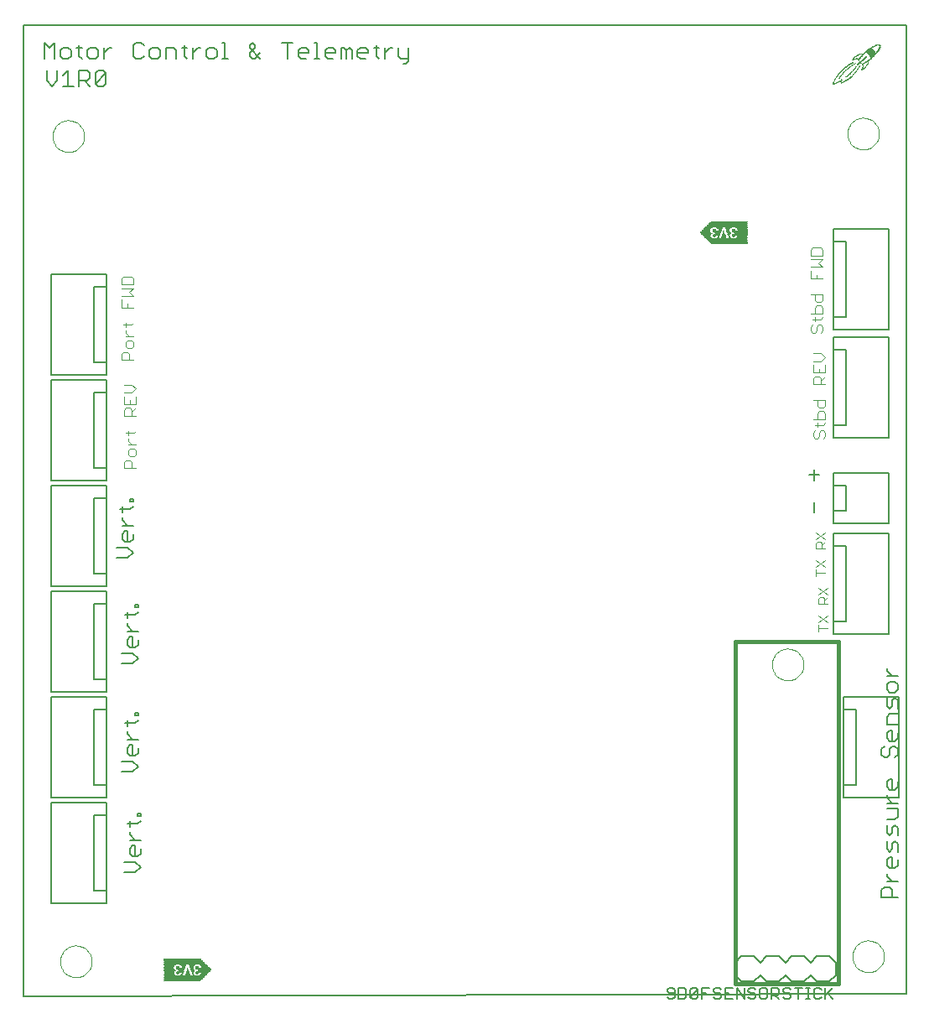
<source format=gto>
G75*
%MOIN*%
%OFA0B0*%
%FSLAX24Y24*%
%IPPOS*%
%LPD*%
%AMOC8*
5,1,8,0,0,1.08239X$1,22.5*
%
%ADD10C,0.0080*%
%ADD11C,0.0070*%
%ADD12C,0.0000*%
%ADD13C,0.0160*%
%ADD14C,0.0040*%
%ADD15C,0.0060*%
%ADD16C,0.0030*%
%ADD17R,0.0010X0.0010*%
%ADD18R,0.0040X0.0010*%
%ADD19R,0.0060X0.0010*%
%ADD20R,0.0090X0.0010*%
%ADD21R,0.0030X0.0010*%
%ADD22R,0.0020X0.0010*%
%ADD23R,0.0050X0.0010*%
%ADD24R,0.0070X0.0010*%
%ADD25R,0.0080X0.0010*%
%ADD26R,0.0120X0.0010*%
%ADD27R,0.0100X0.0010*%
%ADD28R,0.0140X0.0010*%
%ADD29R,0.0150X0.0010*%
%ADD30R,0.0170X0.0010*%
%ADD31R,0.0190X0.0010*%
%ADD32R,0.0200X0.0010*%
%ADD33R,0.0210X0.0010*%
%ADD34R,0.0230X0.0010*%
%ADD35R,0.0250X0.0010*%
%ADD36R,0.0270X0.0010*%
%ADD37R,0.0290X0.0010*%
%ADD38R,0.0310X0.0010*%
%ADD39R,0.0160X0.0010*%
%ADD40R,0.0330X0.0010*%
%ADD41R,0.0350X0.0010*%
%ADD42R,0.0370X0.0010*%
%ADD43R,0.0340X0.0010*%
%ADD44R,0.0420X0.0010*%
%ADD45R,0.0400X0.0010*%
%ADD46R,0.0360X0.0010*%
%ADD47R,0.0320X0.0010*%
%ADD48R,0.0280X0.0010*%
%ADD49R,0.0260X0.0010*%
%ADD50R,0.0240X0.0010*%
%ADD51R,0.0220X0.0010*%
%ADD52R,0.0110X0.0010*%
%ADD53R,0.0180X0.0010*%
%ADD54R,0.1440X0.0010*%
%ADD55R,0.1450X0.0010*%
%ADD56R,0.1460X0.0010*%
%ADD57R,0.1470X0.0010*%
%ADD58R,0.1480X0.0010*%
%ADD59R,0.1490X0.0010*%
%ADD60R,0.1500X0.0010*%
%ADD61R,0.1510X0.0010*%
%ADD62R,0.1520X0.0010*%
%ADD63R,0.1530X0.0010*%
%ADD64R,0.1540X0.0010*%
%ADD65R,0.1550X0.0010*%
%ADD66R,0.1560X0.0010*%
%ADD67R,0.1570X0.0010*%
%ADD68R,0.1580X0.0010*%
%ADD69R,0.1590X0.0010*%
%ADD70R,0.1600X0.0010*%
%ADD71R,0.1610X0.0010*%
%ADD72R,0.1620X0.0010*%
%ADD73R,0.1630X0.0010*%
%ADD74R,0.1640X0.0010*%
%ADD75R,0.1650X0.0010*%
%ADD76R,0.0510X0.0010*%
%ADD77R,0.0690X0.0010*%
%ADD78R,0.0300X0.0010*%
%ADD79R,0.0480X0.0010*%
%ADD80R,0.0450X0.0010*%
%ADD81R,0.0440X0.0010*%
%ADD82R,0.0430X0.0010*%
%ADD83R,0.0410X0.0010*%
%ADD84R,0.0390X0.0010*%
%ADD85R,0.0380X0.0010*%
%ADD86R,0.0130X0.0010*%
%ADD87R,0.0580X0.0010*%
%ADD88R,0.0590X0.0010*%
%ADD89R,0.0550X0.0010*%
%ADD90R,0.0530X0.0010*%
%ADD91R,0.0520X0.0010*%
%ADD92R,0.0460X0.0010*%
%ADD93R,0.0500X0.0010*%
%ADD94R,0.0490X0.0010*%
%ADD95R,0.0470X0.0010*%
%ADD96R,0.0620X0.0010*%
%ADD97R,0.0610X0.0010*%
%ADD98R,0.0560X0.0010*%
%ADD99R,0.0600X0.0010*%
%ADD100C,0.0050*%
D10*
X000280Y001387D02*
X000280Y039987D01*
X035380Y039987D01*
X035380Y001487D01*
X000280Y001387D01*
X028580Y002237D02*
X028830Y001987D01*
X029330Y001987D01*
X029580Y002237D01*
X029830Y001987D01*
X030330Y001987D01*
X030580Y002237D01*
X030830Y001987D01*
X031330Y001987D01*
X031580Y002237D01*
X031830Y001987D01*
X032330Y001987D01*
X032580Y002237D01*
X032580Y002737D01*
X032330Y002987D01*
X031830Y002987D01*
X031580Y002737D01*
X031330Y002987D01*
X030830Y002987D01*
X030580Y002737D01*
X030330Y002987D01*
X029830Y002987D01*
X029580Y002737D01*
X029330Y002987D01*
X028830Y002987D01*
X028580Y002737D01*
X028580Y002237D01*
D11*
X003464Y037572D02*
X003254Y037572D01*
X003149Y037677D01*
X003569Y038097D01*
X003569Y037677D01*
X003464Y037572D01*
X003149Y037677D02*
X003149Y038097D01*
X003254Y038202D01*
X003464Y038202D01*
X003569Y038097D01*
X003478Y038672D02*
X003478Y039092D01*
X003478Y038882D02*
X003689Y039092D01*
X003794Y039092D01*
X003254Y038987D02*
X003149Y039092D01*
X002939Y039092D01*
X002834Y038987D01*
X002834Y038777D01*
X002939Y038672D01*
X003149Y038672D01*
X003254Y038777D01*
X003254Y038987D01*
X002614Y039092D02*
X002404Y039092D01*
X002509Y039197D02*
X002509Y038777D01*
X002614Y038672D01*
X002180Y038777D02*
X002180Y038987D01*
X002075Y039092D01*
X001865Y039092D01*
X001760Y038987D01*
X001760Y038777D01*
X001865Y038672D01*
X002075Y038672D01*
X002180Y038777D01*
X002070Y038202D02*
X002070Y037572D01*
X001860Y037572D02*
X002280Y037572D01*
X002504Y037572D02*
X002504Y038202D01*
X002819Y038202D01*
X002924Y038097D01*
X002924Y037887D01*
X002819Y037782D01*
X002504Y037782D01*
X002714Y037782D02*
X002924Y037572D01*
X002070Y038202D02*
X001860Y037992D01*
X001635Y037782D02*
X001635Y038202D01*
X001215Y038202D02*
X001215Y037782D01*
X001425Y037572D01*
X001635Y037782D01*
X001535Y038672D02*
X001535Y039302D01*
X001325Y039092D01*
X001115Y039302D01*
X001115Y038672D01*
X004660Y038777D02*
X004765Y038672D01*
X004975Y038672D01*
X005080Y038777D01*
X005305Y038777D02*
X005410Y038672D01*
X005620Y038672D01*
X005725Y038777D01*
X005725Y038987D01*
X005620Y039092D01*
X005410Y039092D01*
X005305Y038987D01*
X005305Y038777D01*
X005080Y039197D02*
X004975Y039302D01*
X004765Y039302D01*
X004660Y039197D01*
X004660Y038777D01*
X005949Y038672D02*
X005949Y039092D01*
X006264Y039092D01*
X006369Y038987D01*
X006369Y038672D01*
X006699Y038777D02*
X006699Y039197D01*
X006594Y039092D02*
X006804Y039092D01*
X007023Y039092D02*
X007023Y038672D01*
X007023Y038882D02*
X007234Y039092D01*
X007339Y039092D01*
X007560Y038987D02*
X007560Y038777D01*
X007666Y038672D01*
X007876Y038672D01*
X007981Y038777D01*
X007981Y038987D01*
X007876Y039092D01*
X007666Y039092D01*
X007560Y038987D01*
X008205Y039302D02*
X008310Y039302D01*
X008310Y038672D01*
X008205Y038672D02*
X008415Y038672D01*
X009279Y038777D02*
X009279Y038882D01*
X009489Y039092D01*
X009489Y039197D01*
X009384Y039302D01*
X009279Y039197D01*
X009279Y039092D01*
X009700Y038672D01*
X009700Y038882D02*
X009489Y038672D01*
X009384Y038672D01*
X009279Y038777D01*
X010568Y039302D02*
X010989Y039302D01*
X010779Y039302D02*
X010779Y038672D01*
X011213Y038777D02*
X011213Y038987D01*
X011318Y039092D01*
X011528Y039092D01*
X011633Y038987D01*
X011633Y038882D01*
X011213Y038882D01*
X011213Y038777D02*
X011318Y038672D01*
X011528Y038672D01*
X011857Y038672D02*
X012068Y038672D01*
X011963Y038672D02*
X011963Y039302D01*
X011857Y039302D01*
X012287Y038987D02*
X012392Y039092D01*
X012602Y039092D01*
X012708Y038987D01*
X012708Y038882D01*
X012287Y038882D01*
X012287Y038777D02*
X012287Y038987D01*
X012287Y038777D02*
X012392Y038672D01*
X012602Y038672D01*
X012932Y038672D02*
X012932Y039092D01*
X013037Y039092D01*
X013142Y038987D01*
X013247Y039092D01*
X013352Y038987D01*
X013352Y038672D01*
X013142Y038672D02*
X013142Y038987D01*
X013576Y038987D02*
X013681Y039092D01*
X013892Y039092D01*
X013997Y038987D01*
X013997Y038882D01*
X013576Y038882D01*
X013576Y038777D02*
X013576Y038987D01*
X013576Y038777D02*
X013681Y038672D01*
X013892Y038672D01*
X014221Y039092D02*
X014431Y039092D01*
X014326Y039197D02*
X014326Y038777D01*
X014431Y038672D01*
X014651Y038672D02*
X014651Y039092D01*
X014861Y039092D02*
X014966Y039092D01*
X014861Y039092D02*
X014651Y038882D01*
X015188Y038777D02*
X015188Y039092D01*
X015188Y038777D02*
X015293Y038672D01*
X015608Y038672D01*
X015608Y038567D02*
X015503Y038461D01*
X015398Y038461D01*
X015608Y038567D02*
X015608Y039092D01*
X006804Y038672D02*
X006699Y038777D01*
D12*
X001450Y035587D02*
X001452Y035637D01*
X001458Y035687D01*
X001468Y035736D01*
X001482Y035784D01*
X001499Y035831D01*
X001520Y035876D01*
X001545Y035920D01*
X001573Y035961D01*
X001605Y036000D01*
X001639Y036037D01*
X001676Y036071D01*
X001716Y036101D01*
X001758Y036128D01*
X001802Y036152D01*
X001848Y036173D01*
X001895Y036189D01*
X001943Y036202D01*
X001993Y036211D01*
X002042Y036216D01*
X002093Y036217D01*
X002143Y036214D01*
X002192Y036207D01*
X002241Y036196D01*
X002289Y036181D01*
X002335Y036163D01*
X002380Y036141D01*
X002423Y036115D01*
X002464Y036086D01*
X002503Y036054D01*
X002539Y036019D01*
X002571Y035981D01*
X002601Y035941D01*
X002628Y035898D01*
X002651Y035854D01*
X002670Y035808D01*
X002686Y035760D01*
X002698Y035711D01*
X002706Y035662D01*
X002710Y035612D01*
X002710Y035562D01*
X002706Y035512D01*
X002698Y035463D01*
X002686Y035414D01*
X002670Y035366D01*
X002651Y035320D01*
X002628Y035276D01*
X002601Y035233D01*
X002571Y035193D01*
X002539Y035155D01*
X002503Y035120D01*
X002464Y035088D01*
X002423Y035059D01*
X002380Y035033D01*
X002335Y035011D01*
X002289Y034993D01*
X002241Y034978D01*
X002192Y034967D01*
X002143Y034960D01*
X002093Y034957D01*
X002042Y034958D01*
X001993Y034963D01*
X001943Y034972D01*
X001895Y034985D01*
X001848Y035001D01*
X001802Y035022D01*
X001758Y035046D01*
X001716Y035073D01*
X001676Y035103D01*
X001639Y035137D01*
X001605Y035174D01*
X001573Y035213D01*
X001545Y035254D01*
X001520Y035298D01*
X001499Y035343D01*
X001482Y035390D01*
X001468Y035438D01*
X001458Y035487D01*
X001452Y035537D01*
X001450Y035587D01*
X001750Y002787D02*
X001752Y002837D01*
X001758Y002887D01*
X001768Y002936D01*
X001782Y002984D01*
X001799Y003031D01*
X001820Y003076D01*
X001845Y003120D01*
X001873Y003161D01*
X001905Y003200D01*
X001939Y003237D01*
X001976Y003271D01*
X002016Y003301D01*
X002058Y003328D01*
X002102Y003352D01*
X002148Y003373D01*
X002195Y003389D01*
X002243Y003402D01*
X002293Y003411D01*
X002342Y003416D01*
X002393Y003417D01*
X002443Y003414D01*
X002492Y003407D01*
X002541Y003396D01*
X002589Y003381D01*
X002635Y003363D01*
X002680Y003341D01*
X002723Y003315D01*
X002764Y003286D01*
X002803Y003254D01*
X002839Y003219D01*
X002871Y003181D01*
X002901Y003141D01*
X002928Y003098D01*
X002951Y003054D01*
X002970Y003008D01*
X002986Y002960D01*
X002998Y002911D01*
X003006Y002862D01*
X003010Y002812D01*
X003010Y002762D01*
X003006Y002712D01*
X002998Y002663D01*
X002986Y002614D01*
X002970Y002566D01*
X002951Y002520D01*
X002928Y002476D01*
X002901Y002433D01*
X002871Y002393D01*
X002839Y002355D01*
X002803Y002320D01*
X002764Y002288D01*
X002723Y002259D01*
X002680Y002233D01*
X002635Y002211D01*
X002589Y002193D01*
X002541Y002178D01*
X002492Y002167D01*
X002443Y002160D01*
X002393Y002157D01*
X002342Y002158D01*
X002293Y002163D01*
X002243Y002172D01*
X002195Y002185D01*
X002148Y002201D01*
X002102Y002222D01*
X002058Y002246D01*
X002016Y002273D01*
X001976Y002303D01*
X001939Y002337D01*
X001905Y002374D01*
X001873Y002413D01*
X001845Y002454D01*
X001820Y002498D01*
X001799Y002543D01*
X001782Y002590D01*
X001768Y002638D01*
X001758Y002687D01*
X001752Y002737D01*
X001750Y002787D01*
X030050Y014587D02*
X030052Y014637D01*
X030058Y014687D01*
X030068Y014736D01*
X030082Y014784D01*
X030099Y014831D01*
X030120Y014876D01*
X030145Y014920D01*
X030173Y014961D01*
X030205Y015000D01*
X030239Y015037D01*
X030276Y015071D01*
X030316Y015101D01*
X030358Y015128D01*
X030402Y015152D01*
X030448Y015173D01*
X030495Y015189D01*
X030543Y015202D01*
X030593Y015211D01*
X030642Y015216D01*
X030693Y015217D01*
X030743Y015214D01*
X030792Y015207D01*
X030841Y015196D01*
X030889Y015181D01*
X030935Y015163D01*
X030980Y015141D01*
X031023Y015115D01*
X031064Y015086D01*
X031103Y015054D01*
X031139Y015019D01*
X031171Y014981D01*
X031201Y014941D01*
X031228Y014898D01*
X031251Y014854D01*
X031270Y014808D01*
X031286Y014760D01*
X031298Y014711D01*
X031306Y014662D01*
X031310Y014612D01*
X031310Y014562D01*
X031306Y014512D01*
X031298Y014463D01*
X031286Y014414D01*
X031270Y014366D01*
X031251Y014320D01*
X031228Y014276D01*
X031201Y014233D01*
X031171Y014193D01*
X031139Y014155D01*
X031103Y014120D01*
X031064Y014088D01*
X031023Y014059D01*
X030980Y014033D01*
X030935Y014011D01*
X030889Y013993D01*
X030841Y013978D01*
X030792Y013967D01*
X030743Y013960D01*
X030693Y013957D01*
X030642Y013958D01*
X030593Y013963D01*
X030543Y013972D01*
X030495Y013985D01*
X030448Y014001D01*
X030402Y014022D01*
X030358Y014046D01*
X030316Y014073D01*
X030276Y014103D01*
X030239Y014137D01*
X030205Y014174D01*
X030173Y014213D01*
X030145Y014254D01*
X030120Y014298D01*
X030099Y014343D01*
X030082Y014390D01*
X030068Y014438D01*
X030058Y014487D01*
X030052Y014537D01*
X030050Y014587D01*
X033250Y002987D02*
X033252Y003037D01*
X033258Y003087D01*
X033268Y003136D01*
X033282Y003184D01*
X033299Y003231D01*
X033320Y003276D01*
X033345Y003320D01*
X033373Y003361D01*
X033405Y003400D01*
X033439Y003437D01*
X033476Y003471D01*
X033516Y003501D01*
X033558Y003528D01*
X033602Y003552D01*
X033648Y003573D01*
X033695Y003589D01*
X033743Y003602D01*
X033793Y003611D01*
X033842Y003616D01*
X033893Y003617D01*
X033943Y003614D01*
X033992Y003607D01*
X034041Y003596D01*
X034089Y003581D01*
X034135Y003563D01*
X034180Y003541D01*
X034223Y003515D01*
X034264Y003486D01*
X034303Y003454D01*
X034339Y003419D01*
X034371Y003381D01*
X034401Y003341D01*
X034428Y003298D01*
X034451Y003254D01*
X034470Y003208D01*
X034486Y003160D01*
X034498Y003111D01*
X034506Y003062D01*
X034510Y003012D01*
X034510Y002962D01*
X034506Y002912D01*
X034498Y002863D01*
X034486Y002814D01*
X034470Y002766D01*
X034451Y002720D01*
X034428Y002676D01*
X034401Y002633D01*
X034371Y002593D01*
X034339Y002555D01*
X034303Y002520D01*
X034264Y002488D01*
X034223Y002459D01*
X034180Y002433D01*
X034135Y002411D01*
X034089Y002393D01*
X034041Y002378D01*
X033992Y002367D01*
X033943Y002360D01*
X033893Y002357D01*
X033842Y002358D01*
X033793Y002363D01*
X033743Y002372D01*
X033695Y002385D01*
X033648Y002401D01*
X033602Y002422D01*
X033558Y002446D01*
X033516Y002473D01*
X033476Y002503D01*
X033439Y002537D01*
X033405Y002574D01*
X033373Y002613D01*
X033345Y002654D01*
X033320Y002698D01*
X033299Y002743D01*
X033282Y002790D01*
X033268Y002838D01*
X033258Y002887D01*
X033252Y002937D01*
X033250Y002987D01*
X033050Y035687D02*
X033052Y035737D01*
X033058Y035787D01*
X033068Y035836D01*
X033082Y035884D01*
X033099Y035931D01*
X033120Y035976D01*
X033145Y036020D01*
X033173Y036061D01*
X033205Y036100D01*
X033239Y036137D01*
X033276Y036171D01*
X033316Y036201D01*
X033358Y036228D01*
X033402Y036252D01*
X033448Y036273D01*
X033495Y036289D01*
X033543Y036302D01*
X033593Y036311D01*
X033642Y036316D01*
X033693Y036317D01*
X033743Y036314D01*
X033792Y036307D01*
X033841Y036296D01*
X033889Y036281D01*
X033935Y036263D01*
X033980Y036241D01*
X034023Y036215D01*
X034064Y036186D01*
X034103Y036154D01*
X034139Y036119D01*
X034171Y036081D01*
X034201Y036041D01*
X034228Y035998D01*
X034251Y035954D01*
X034270Y035908D01*
X034286Y035860D01*
X034298Y035811D01*
X034306Y035762D01*
X034310Y035712D01*
X034310Y035662D01*
X034306Y035612D01*
X034298Y035563D01*
X034286Y035514D01*
X034270Y035466D01*
X034251Y035420D01*
X034228Y035376D01*
X034201Y035333D01*
X034171Y035293D01*
X034139Y035255D01*
X034103Y035220D01*
X034064Y035188D01*
X034023Y035159D01*
X033980Y035133D01*
X033935Y035111D01*
X033889Y035093D01*
X033841Y035078D01*
X033792Y035067D01*
X033743Y035060D01*
X033693Y035057D01*
X033642Y035058D01*
X033593Y035063D01*
X033543Y035072D01*
X033495Y035085D01*
X033448Y035101D01*
X033402Y035122D01*
X033358Y035146D01*
X033316Y035173D01*
X033276Y035203D01*
X033239Y035237D01*
X033205Y035274D01*
X033173Y035313D01*
X033145Y035354D01*
X033120Y035398D01*
X033099Y035443D01*
X033082Y035490D01*
X033068Y035538D01*
X033058Y035587D01*
X033052Y035637D01*
X033050Y035687D01*
D13*
X032680Y015487D02*
X028580Y015487D01*
X028580Y001887D01*
X028680Y001887D02*
X032680Y001887D01*
X032680Y015487D01*
D14*
X032083Y023577D02*
X032160Y023654D01*
X032160Y023807D01*
X032083Y023884D01*
X032007Y023884D01*
X031930Y023807D01*
X031930Y023654D01*
X031853Y023577D01*
X031776Y023577D01*
X031700Y023654D01*
X031700Y023807D01*
X031776Y023884D01*
X031853Y024037D02*
X031853Y024191D01*
X031776Y024114D02*
X032083Y024114D01*
X032160Y024191D01*
X032160Y024344D02*
X032160Y024574D01*
X032083Y024651D01*
X031930Y024651D01*
X031853Y024574D01*
X031853Y024344D01*
X031700Y024344D02*
X032160Y024344D01*
X032083Y024805D02*
X031930Y024805D01*
X031853Y024881D01*
X031853Y025112D01*
X031700Y025112D02*
X032160Y025112D01*
X032160Y024881D01*
X032083Y024805D01*
X032007Y025725D02*
X032007Y025956D01*
X031930Y026032D01*
X031776Y026032D01*
X031700Y025956D01*
X031700Y025725D01*
X032160Y025725D01*
X032007Y025879D02*
X032160Y026032D01*
X032160Y026186D02*
X032160Y026493D01*
X032007Y026646D02*
X032160Y026800D01*
X032007Y026953D01*
X031700Y026953D01*
X031700Y026646D02*
X032007Y026646D01*
X031930Y026339D02*
X031930Y026186D01*
X031700Y026186D02*
X032160Y026186D01*
X031700Y026186D02*
X031700Y026493D01*
X031676Y027777D02*
X031753Y027777D01*
X031830Y027854D01*
X031830Y028007D01*
X031907Y028084D01*
X031983Y028084D01*
X032060Y028007D01*
X032060Y027854D01*
X031983Y027777D01*
X031676Y027777D02*
X031600Y027854D01*
X031600Y028007D01*
X031676Y028084D01*
X031753Y028237D02*
X031753Y028391D01*
X031676Y028314D02*
X031983Y028314D01*
X032060Y028391D01*
X032060Y028544D02*
X032060Y028774D01*
X031983Y028851D01*
X031830Y028851D01*
X031753Y028774D01*
X031753Y028544D01*
X031600Y028544D02*
X032060Y028544D01*
X031983Y029005D02*
X031830Y029005D01*
X031753Y029081D01*
X031753Y029312D01*
X031600Y029312D02*
X032060Y029312D01*
X032060Y029081D01*
X031983Y029005D01*
X032060Y029925D02*
X031600Y029925D01*
X031600Y030232D01*
X031600Y030386D02*
X032060Y030386D01*
X031907Y030539D01*
X032060Y030693D01*
X031600Y030693D01*
X031600Y030846D02*
X031600Y031076D01*
X031676Y031153D01*
X031983Y031153D01*
X032060Y031076D01*
X032060Y030846D01*
X031600Y030846D01*
X031830Y030079D02*
X031830Y029925D01*
X004660Y029699D02*
X004660Y029929D01*
X004583Y030006D01*
X004276Y030006D01*
X004200Y029929D01*
X004200Y029699D01*
X004660Y029699D01*
X004660Y029546D02*
X004200Y029546D01*
X004200Y029239D02*
X004660Y029239D01*
X004507Y029392D01*
X004660Y029546D01*
X004200Y029085D02*
X004200Y028778D01*
X004660Y028778D01*
X004430Y028778D02*
X004430Y028932D01*
X004353Y028165D02*
X004353Y028011D01*
X004276Y028088D02*
X004583Y028088D01*
X004660Y028165D01*
X004353Y027858D02*
X004353Y027781D01*
X004507Y027627D01*
X004660Y027627D02*
X004353Y027627D01*
X004430Y027474D02*
X004353Y027397D01*
X004353Y027244D01*
X004430Y027167D01*
X004583Y027167D01*
X004660Y027244D01*
X004660Y027397D01*
X004583Y027474D01*
X004430Y027474D01*
X004430Y027014D02*
X004276Y027014D01*
X004200Y026937D01*
X004200Y026707D01*
X004660Y026707D01*
X004507Y026707D02*
X004507Y026937D01*
X004430Y027014D01*
X004300Y025706D02*
X004607Y025706D01*
X004760Y025553D01*
X004607Y025399D01*
X004300Y025399D01*
X004300Y025246D02*
X004300Y024939D01*
X004760Y024939D01*
X004760Y025246D01*
X004530Y025092D02*
X004530Y024939D01*
X004530Y024785D02*
X004607Y024709D01*
X004607Y024478D01*
X004760Y024478D02*
X004300Y024478D01*
X004300Y024709D01*
X004376Y024785D01*
X004530Y024785D01*
X004607Y024632D02*
X004760Y024785D01*
X004760Y023865D02*
X004683Y023788D01*
X004376Y023788D01*
X004453Y023711D02*
X004453Y023865D01*
X004453Y023558D02*
X004453Y023481D01*
X004607Y023327D01*
X004760Y023327D02*
X004453Y023327D01*
X004530Y023174D02*
X004453Y023097D01*
X004453Y022944D01*
X004530Y022867D01*
X004683Y022867D01*
X004760Y022944D01*
X004760Y023097D01*
X004683Y023174D01*
X004530Y023174D01*
X004530Y022714D02*
X004607Y022637D01*
X004607Y022407D01*
X004760Y022407D02*
X004300Y022407D01*
X004300Y022637D01*
X004376Y022714D01*
X004530Y022714D01*
D15*
X004543Y021179D02*
X004650Y021179D01*
X004650Y021073D01*
X004543Y021073D01*
X004543Y021179D01*
X004650Y020856D02*
X004543Y020750D01*
X004116Y020750D01*
X004223Y020856D02*
X004223Y020643D01*
X004223Y020426D02*
X004223Y020319D01*
X004436Y020106D01*
X004223Y020106D02*
X004650Y020106D01*
X004436Y019888D02*
X004436Y019461D01*
X004330Y019461D02*
X004223Y019568D01*
X004223Y019781D01*
X004330Y019888D01*
X004436Y019888D01*
X004650Y019781D02*
X004650Y019568D01*
X004543Y019461D01*
X004330Y019461D01*
X004436Y019244D02*
X004009Y019244D01*
X004009Y018817D02*
X004436Y018817D01*
X004650Y019030D01*
X004436Y019244D01*
X004743Y016979D02*
X004850Y016979D01*
X004850Y016873D01*
X004743Y016873D01*
X004743Y016979D01*
X004850Y016656D02*
X004743Y016550D01*
X004316Y016550D01*
X004423Y016656D02*
X004423Y016443D01*
X004423Y016226D02*
X004423Y016119D01*
X004636Y015906D01*
X004423Y015906D02*
X004850Y015906D01*
X004636Y015688D02*
X004530Y015688D01*
X004423Y015581D01*
X004423Y015368D01*
X004530Y015261D01*
X004743Y015261D01*
X004850Y015368D01*
X004850Y015581D01*
X004636Y015688D02*
X004636Y015261D01*
X004636Y015044D02*
X004209Y015044D01*
X004209Y014617D02*
X004636Y014617D01*
X004850Y014830D01*
X004636Y015044D01*
X004743Y012679D02*
X004850Y012679D01*
X004850Y012573D01*
X004743Y012573D01*
X004743Y012679D01*
X004850Y012356D02*
X004743Y012250D01*
X004316Y012250D01*
X004423Y012356D02*
X004423Y012143D01*
X004423Y011926D02*
X004423Y011819D01*
X004636Y011606D01*
X004423Y011606D02*
X004850Y011606D01*
X004636Y011388D02*
X004636Y010961D01*
X004530Y010961D02*
X004743Y010961D01*
X004850Y011068D01*
X004850Y011281D01*
X004636Y011388D02*
X004530Y011388D01*
X004423Y011281D01*
X004423Y011068D01*
X004530Y010961D01*
X004636Y010744D02*
X004209Y010744D01*
X004209Y010317D02*
X004636Y010317D01*
X004850Y010530D01*
X004636Y010744D01*
X004843Y008679D02*
X004950Y008679D01*
X004950Y008573D01*
X004843Y008573D01*
X004843Y008679D01*
X004950Y008356D02*
X004843Y008250D01*
X004416Y008250D01*
X004523Y008356D02*
X004523Y008143D01*
X004523Y007926D02*
X004523Y007819D01*
X004736Y007606D01*
X004523Y007606D02*
X004950Y007606D01*
X004736Y007388D02*
X004736Y006961D01*
X004630Y006961D02*
X004843Y006961D01*
X004950Y007068D01*
X004950Y007281D01*
X004736Y007388D02*
X004630Y007388D01*
X004523Y007281D01*
X004523Y007068D01*
X004630Y006961D01*
X004736Y006744D02*
X004309Y006744D01*
X004309Y006317D02*
X004736Y006317D01*
X004950Y006530D01*
X004736Y006744D01*
X031730Y020617D02*
X031730Y021044D01*
X031730Y021906D02*
X031730Y022333D01*
X031943Y022119D02*
X031516Y022119D01*
X034623Y014446D02*
X034623Y014339D01*
X034836Y014126D01*
X034623Y014126D02*
X035050Y014126D01*
X034943Y013908D02*
X034730Y013908D01*
X034623Y013801D01*
X034623Y013588D01*
X034730Y013481D01*
X034943Y013481D01*
X035050Y013588D01*
X035050Y013801D01*
X034943Y013908D01*
X034943Y013263D02*
X034836Y013157D01*
X034836Y012943D01*
X034730Y012836D01*
X034623Y012943D01*
X034623Y013263D01*
X034943Y013263D02*
X035050Y013157D01*
X035050Y012836D01*
X035050Y012619D02*
X034730Y012619D01*
X034623Y012512D01*
X034623Y012192D01*
X035050Y012192D01*
X034836Y011974D02*
X034836Y011547D01*
X034730Y011547D02*
X034623Y011654D01*
X034623Y011868D01*
X034730Y011974D01*
X034836Y011974D01*
X035050Y011868D02*
X035050Y011654D01*
X034943Y011547D01*
X034730Y011547D01*
X034836Y011330D02*
X034943Y011330D01*
X035050Y011223D01*
X035050Y011010D01*
X034943Y010903D01*
X034730Y011010D02*
X034730Y011223D01*
X034836Y011330D01*
X034516Y011330D02*
X034409Y011223D01*
X034409Y011010D01*
X034516Y010903D01*
X034623Y010903D01*
X034730Y011010D01*
X034730Y010041D02*
X034836Y010041D01*
X034836Y009614D01*
X034730Y009614D02*
X034623Y009720D01*
X034623Y009934D01*
X034730Y010041D01*
X035050Y009934D02*
X035050Y009720D01*
X034943Y009614D01*
X034730Y009614D01*
X034623Y009397D02*
X034623Y009290D01*
X034836Y009077D01*
X034623Y009077D02*
X035050Y009077D01*
X035050Y008859D02*
X034623Y008859D01*
X035050Y008859D02*
X035050Y008539D01*
X034943Y008432D01*
X034623Y008432D01*
X034623Y008214D02*
X034623Y007894D01*
X034730Y007787D01*
X034836Y007894D01*
X034836Y008108D01*
X034943Y008214D01*
X035050Y008108D01*
X035050Y007787D01*
X034943Y007570D02*
X034836Y007463D01*
X034836Y007250D01*
X034730Y007143D01*
X034623Y007250D01*
X034623Y007570D01*
X034943Y007570D02*
X035050Y007463D01*
X035050Y007143D01*
X034836Y006925D02*
X034836Y006498D01*
X034730Y006498D02*
X034623Y006605D01*
X034623Y006819D01*
X034730Y006925D01*
X034836Y006925D01*
X035050Y006819D02*
X035050Y006605D01*
X034943Y006498D01*
X034730Y006498D01*
X034623Y006281D02*
X034623Y006175D01*
X034836Y005961D01*
X034623Y005961D02*
X035050Y005961D01*
X034730Y005744D02*
X034836Y005637D01*
X034836Y005317D01*
X035050Y005317D02*
X034409Y005317D01*
X034409Y005637D01*
X034516Y005744D01*
X034730Y005744D01*
D16*
X031895Y015902D02*
X031895Y016149D01*
X031895Y016270D02*
X032265Y016517D01*
X032265Y016270D02*
X031895Y016517D01*
X031895Y017007D02*
X031895Y017192D01*
X031956Y017253D01*
X032080Y017253D01*
X032142Y017192D01*
X032142Y017007D01*
X032265Y017007D02*
X031895Y017007D01*
X032142Y017130D02*
X032265Y017253D01*
X032265Y017375D02*
X031895Y017622D01*
X031895Y017375D02*
X032265Y017622D01*
X031795Y018102D02*
X031795Y018349D01*
X031795Y018470D02*
X032165Y018717D01*
X032165Y018470D02*
X031795Y018717D01*
X031795Y019207D02*
X031795Y019392D01*
X031856Y019453D01*
X031980Y019453D01*
X032042Y019392D01*
X032042Y019207D01*
X032165Y019207D02*
X031795Y019207D01*
X032042Y019330D02*
X032165Y019453D01*
X032165Y019575D02*
X031795Y019822D01*
X031795Y019575D02*
X032165Y019822D01*
X032165Y018225D02*
X031795Y018225D01*
X031895Y016025D02*
X032265Y016025D01*
D17*
X028140Y031797D03*
X028140Y031807D03*
X032480Y037627D03*
X032840Y037817D03*
X033000Y037917D03*
X033410Y038467D03*
X033550Y038367D03*
X033620Y038187D03*
X033800Y038747D03*
X006820Y002507D03*
X006820Y002497D03*
X006820Y002487D03*
D18*
X007205Y002267D03*
X028525Y031567D03*
X032495Y037637D03*
X032705Y037727D03*
X032725Y037737D03*
X032745Y037747D03*
X032775Y037767D03*
X032835Y037807D03*
X032825Y037687D03*
X032975Y037767D03*
X032995Y037777D03*
X033025Y037797D03*
X033045Y037807D03*
X033075Y037827D03*
X033095Y037837D03*
X033105Y037847D03*
X033135Y037867D03*
X033145Y037877D03*
X033175Y037897D03*
X033185Y037907D03*
X033225Y037937D03*
X033235Y037947D03*
X033165Y038047D03*
X033175Y038057D03*
X033125Y038017D03*
X033095Y037997D03*
X033085Y037987D03*
X033055Y037967D03*
X033045Y037957D03*
X033025Y037947D03*
X033015Y037937D03*
X032875Y038207D03*
X032975Y038297D03*
X032985Y038307D03*
X033025Y038337D03*
X033035Y038347D03*
X033065Y038367D03*
X033075Y038377D03*
X033095Y038387D03*
X033105Y038397D03*
X033125Y038407D03*
X033135Y038417D03*
X033155Y038427D03*
X033175Y038437D03*
X033275Y038487D03*
X033445Y038397D03*
X033505Y038597D03*
X033505Y038607D03*
X033525Y038627D03*
X033535Y038647D03*
X033545Y038667D03*
X033555Y038677D03*
X033565Y038687D03*
X033575Y038707D03*
X033585Y038717D03*
X033595Y038727D03*
X033605Y038737D03*
X033615Y038747D03*
X033615Y038757D03*
X033625Y038767D03*
X033635Y038777D03*
X033645Y038787D03*
X033655Y038797D03*
X033665Y038807D03*
X033675Y038817D03*
X033705Y038847D03*
X033715Y038857D03*
X033725Y038867D03*
X033485Y038797D03*
X033465Y038787D03*
X033455Y038777D03*
X033435Y038767D03*
X033425Y038757D03*
X033395Y038737D03*
X033385Y038727D03*
X033465Y038637D03*
X033655Y038427D03*
X033745Y038287D03*
X033735Y038277D03*
X033705Y038257D03*
X033695Y038247D03*
X033945Y038617D03*
X034205Y038877D03*
X034215Y038887D03*
X034225Y038897D03*
X034235Y038907D03*
X034245Y038927D03*
X034255Y038937D03*
X034265Y038947D03*
X034275Y038967D03*
X034285Y038977D03*
X034295Y038997D03*
X034315Y039027D03*
X034325Y039047D03*
X034335Y039067D03*
X034345Y039097D03*
X034345Y039167D03*
X034335Y039177D03*
D19*
X034105Y039137D03*
X034085Y039127D03*
X034065Y039117D03*
X034045Y039107D03*
X034035Y039097D03*
X034015Y039087D03*
X033985Y039067D03*
X034005Y038677D03*
X033885Y038567D03*
X033835Y038537D03*
X033805Y038517D03*
X033775Y038497D03*
X033755Y038487D03*
X033735Y038477D03*
X033495Y038447D03*
X033485Y038437D03*
X033475Y038427D03*
X033465Y038417D03*
X033505Y038617D03*
X033355Y038637D03*
X033285Y038607D03*
X033255Y038477D03*
X033505Y038807D03*
X033525Y038817D03*
X032815Y037787D03*
X032835Y037697D03*
X032685Y037717D03*
X032595Y037677D03*
X032565Y037667D03*
X032515Y037647D03*
X028345Y031607D03*
X028345Y031597D03*
X028345Y031587D03*
X028355Y031577D03*
X028355Y031567D03*
X028355Y031557D03*
X028365Y031547D03*
X027945Y031627D03*
X027935Y031597D03*
X027935Y031587D03*
X027925Y031567D03*
X007025Y002307D03*
X007025Y002297D03*
X007025Y002287D03*
X007035Y002277D03*
X007035Y002267D03*
X007035Y002257D03*
X007045Y002247D03*
X006625Y002337D03*
X006615Y002307D03*
X006615Y002297D03*
X006615Y002287D03*
X006605Y002277D03*
X006605Y002267D03*
D20*
X006570Y002217D03*
X006820Y002367D03*
X006820Y002377D03*
X006820Y002387D03*
X007020Y002367D03*
X007020Y002357D03*
X007060Y002217D03*
X027900Y031517D03*
X028140Y031667D03*
X028140Y031677D03*
X028140Y031687D03*
X028340Y031667D03*
X028340Y031657D03*
X032530Y037657D03*
X033560Y038497D03*
X033590Y038537D03*
X033670Y038447D03*
X033740Y038657D03*
X033750Y038667D03*
X033760Y038677D03*
X034010Y038697D03*
X034200Y039177D03*
X034280Y039207D03*
D21*
X034350Y039157D03*
X034350Y039147D03*
X034350Y039137D03*
X034350Y039127D03*
X034350Y039117D03*
X034350Y039107D03*
X034340Y039087D03*
X034340Y039077D03*
X034330Y039057D03*
X034320Y039037D03*
X034310Y039017D03*
X034300Y039007D03*
X034290Y038987D03*
X034270Y038957D03*
X034240Y038917D03*
X034200Y038867D03*
X033800Y038737D03*
X033570Y038697D03*
X033540Y038657D03*
X033530Y038637D03*
X033480Y038627D03*
X033510Y038587D03*
X033520Y038577D03*
X033530Y038567D03*
X033540Y038557D03*
X033550Y038547D03*
X033600Y038487D03*
X033610Y038477D03*
X033620Y038467D03*
X033660Y038417D03*
X033670Y038407D03*
X033690Y038357D03*
X033690Y038347D03*
X033680Y038307D03*
X033660Y038277D03*
X033650Y038257D03*
X033680Y038237D03*
X033720Y038267D03*
X033760Y038297D03*
X033770Y038307D03*
X033780Y038317D03*
X033790Y038327D03*
X033800Y038337D03*
X033810Y038347D03*
X033820Y038357D03*
X033830Y038367D03*
X033840Y038387D03*
X033850Y038397D03*
X033860Y038417D03*
X033870Y038427D03*
X033880Y038447D03*
X033890Y038477D03*
X033900Y038507D03*
X033550Y038347D03*
X033540Y038337D03*
X033530Y038317D03*
X033520Y038297D03*
X033500Y038267D03*
X033490Y038247D03*
X033480Y038237D03*
X033470Y038217D03*
X033460Y038207D03*
X033450Y038187D03*
X033440Y038177D03*
X033430Y038157D03*
X033420Y038147D03*
X033410Y038137D03*
X033400Y038117D03*
X033390Y038107D03*
X033380Y038097D03*
X033370Y038087D03*
X033360Y038077D03*
X033360Y038067D03*
X033350Y038057D03*
X033340Y038047D03*
X033330Y038037D03*
X033320Y038027D03*
X033310Y038017D03*
X033300Y038007D03*
X033290Y037997D03*
X033280Y037987D03*
X033270Y037977D03*
X033260Y037967D03*
X033250Y037957D03*
X033210Y037927D03*
X033200Y037917D03*
X033160Y037887D03*
X033120Y037857D03*
X033070Y037977D03*
X033110Y038007D03*
X033140Y038027D03*
X033150Y038037D03*
X033190Y038067D03*
X033200Y038077D03*
X033210Y038087D03*
X033220Y038097D03*
X033230Y038107D03*
X033240Y038117D03*
X033250Y038127D03*
X033260Y038137D03*
X033270Y038147D03*
X033280Y038157D03*
X033290Y038167D03*
X033300Y038177D03*
X033310Y038187D03*
X033320Y038197D03*
X033330Y038207D03*
X033340Y038227D03*
X033350Y038237D03*
X033360Y038247D03*
X033370Y038267D03*
X033380Y038277D03*
X033390Y038287D03*
X033400Y038307D03*
X033410Y038317D03*
X033340Y038427D03*
X033290Y038397D03*
X033260Y038377D03*
X033240Y038367D03*
X033230Y038357D03*
X033210Y038347D03*
X033200Y038337D03*
X033190Y038327D03*
X033170Y038317D03*
X033160Y038307D03*
X033140Y038297D03*
X033130Y038287D03*
X033120Y038277D03*
X033110Y038267D03*
X033090Y038257D03*
X033080Y038247D03*
X033070Y038237D03*
X033060Y038227D03*
X033050Y038217D03*
X033040Y038207D03*
X033020Y038197D03*
X033010Y038187D03*
X033000Y038177D03*
X032990Y038167D03*
X032980Y038157D03*
X032970Y038147D03*
X032960Y038137D03*
X032950Y038127D03*
X032940Y038117D03*
X032930Y038107D03*
X032920Y038097D03*
X032910Y038087D03*
X032900Y038077D03*
X032890Y038057D03*
X032880Y038047D03*
X032870Y038037D03*
X032860Y038027D03*
X032850Y038017D03*
X032840Y038007D03*
X032830Y037987D03*
X032820Y037977D03*
X032810Y037967D03*
X032800Y037957D03*
X032790Y037937D03*
X032780Y037927D03*
X032760Y037897D03*
X032750Y037887D03*
X032740Y037867D03*
X032640Y037917D03*
X032630Y037907D03*
X032620Y037887D03*
X032610Y037877D03*
X032600Y037857D03*
X032580Y037827D03*
X032570Y037807D03*
X032560Y037787D03*
X032550Y037767D03*
X032540Y037747D03*
X032530Y037727D03*
X032520Y037707D03*
X032510Y037687D03*
X032500Y037667D03*
X032650Y037937D03*
X032660Y037947D03*
X032670Y037967D03*
X032680Y037977D03*
X032700Y038007D03*
X032710Y038017D03*
X032730Y038047D03*
X032740Y038057D03*
X032750Y038067D03*
X032760Y038077D03*
X032770Y038097D03*
X032780Y038107D03*
X032790Y038117D03*
X032800Y038127D03*
X032810Y038137D03*
X032820Y038147D03*
X032830Y038157D03*
X032840Y038167D03*
X032850Y038177D03*
X032860Y038187D03*
X032870Y038197D03*
X032890Y038217D03*
X032900Y038227D03*
X032910Y038237D03*
X032920Y038247D03*
X032930Y038257D03*
X032940Y038267D03*
X032950Y038277D03*
X032960Y038287D03*
X033000Y038317D03*
X033010Y038327D03*
X033050Y038357D03*
X033270Y038597D03*
X033290Y038637D03*
X033300Y038647D03*
X033310Y038657D03*
X033320Y038667D03*
X033330Y038677D03*
X033340Y038687D03*
X033350Y038697D03*
X033360Y038707D03*
X033370Y038717D03*
X033410Y038747D03*
X033620Y038197D03*
X033000Y037927D03*
X028140Y031777D03*
X028140Y031767D03*
X028140Y031757D03*
X027750Y031567D03*
X006820Y002477D03*
X006820Y002467D03*
X006820Y002457D03*
X006430Y002267D03*
D22*
X028145Y031787D03*
X032505Y037677D03*
X032515Y037697D03*
X032525Y037717D03*
X032535Y037737D03*
X032545Y037757D03*
X032555Y037777D03*
X032565Y037797D03*
X032575Y037817D03*
X032585Y037837D03*
X032595Y037847D03*
X032605Y037867D03*
X032625Y037897D03*
X032645Y037927D03*
X032665Y037957D03*
X032685Y037987D03*
X032695Y037997D03*
X032715Y038027D03*
X032725Y038037D03*
X032765Y038087D03*
X032835Y037997D03*
X032795Y037947D03*
X032775Y037917D03*
X032765Y037907D03*
X032745Y037877D03*
X032735Y037857D03*
X032825Y037767D03*
X032825Y037757D03*
X032825Y037747D03*
X032815Y037737D03*
X032815Y037727D03*
X032815Y037717D03*
X032815Y037707D03*
X032815Y037677D03*
X032895Y038067D03*
X033335Y038217D03*
X033365Y038257D03*
X033395Y038297D03*
X033415Y038327D03*
X033415Y038337D03*
X033445Y038387D03*
X033395Y038457D03*
X033375Y038447D03*
X033355Y038437D03*
X033325Y038417D03*
X033305Y038407D03*
X033275Y038387D03*
X033285Y038497D03*
X033535Y038327D03*
X033525Y038307D03*
X033515Y038287D03*
X033505Y038277D03*
X033495Y038257D03*
X033475Y038227D03*
X033455Y038197D03*
X033435Y038167D03*
X033405Y038127D03*
X033635Y038237D03*
X033645Y038247D03*
X033655Y038267D03*
X033665Y038287D03*
X033675Y038297D03*
X033685Y038317D03*
X033685Y038327D03*
X033685Y038337D03*
X033685Y038367D03*
X033685Y038377D03*
X033685Y038387D03*
X033675Y038397D03*
X033625Y038457D03*
X033555Y038357D03*
X033835Y038377D03*
X033855Y038407D03*
X033875Y038437D03*
X033885Y038457D03*
X033885Y038467D03*
X033895Y038487D03*
X033895Y038497D03*
X033905Y038517D03*
X033905Y038527D03*
X033905Y038537D03*
X033905Y038547D03*
D23*
X033890Y038577D03*
X033910Y038587D03*
X033920Y038597D03*
X033930Y038607D03*
X033960Y038627D03*
X033970Y038637D03*
X033980Y038647D03*
X033990Y038657D03*
X034000Y038667D03*
X033850Y038547D03*
X033820Y038527D03*
X033790Y038507D03*
X033800Y038727D03*
X033680Y038827D03*
X033740Y038877D03*
X033750Y038887D03*
X033970Y039057D03*
X034000Y039077D03*
X033230Y038467D03*
X033210Y038457D03*
X033190Y038447D03*
X033630Y038207D03*
X033640Y038217D03*
X033060Y037817D03*
X033010Y037787D03*
X032960Y037757D03*
X032940Y037747D03*
X032920Y037737D03*
X032900Y037727D03*
X032880Y037717D03*
X032860Y037707D03*
X032830Y037797D03*
X032760Y037757D03*
X032660Y037707D03*
X032640Y037697D03*
X032620Y037687D03*
X028140Y031747D03*
X028140Y031737D03*
X028140Y031727D03*
X006820Y002447D03*
X006820Y002437D03*
X006820Y002427D03*
D24*
X006820Y002417D03*
X006820Y002407D03*
X006820Y002397D03*
X007020Y002337D03*
X007020Y002327D03*
X007020Y002317D03*
X007050Y002237D03*
X007210Y002577D03*
X006620Y002327D03*
X006620Y002317D03*
X006600Y002257D03*
X006590Y002247D03*
X006590Y002237D03*
X006440Y002577D03*
X027910Y031537D03*
X027920Y031557D03*
X027930Y031577D03*
X027940Y031607D03*
X027940Y031617D03*
X027950Y031637D03*
X028140Y031697D03*
X028140Y031707D03*
X028140Y031717D03*
X028340Y031637D03*
X028340Y031627D03*
X028340Y031617D03*
X028370Y031537D03*
X028530Y031877D03*
X027760Y031877D03*
X032810Y037777D03*
X033450Y038407D03*
X033510Y038457D03*
X033520Y038467D03*
X033530Y038477D03*
X033540Y038487D03*
X033570Y038507D03*
X033580Y038517D03*
X033610Y038547D03*
X033670Y038597D03*
X033720Y038467D03*
X033700Y038457D03*
X033660Y038437D03*
X033650Y038227D03*
X033300Y038617D03*
X033630Y038847D03*
X033800Y038717D03*
X034010Y038687D03*
X033960Y039047D03*
X034120Y039147D03*
D25*
X034145Y039157D03*
X034165Y039167D03*
X033795Y038707D03*
X033785Y038697D03*
X033775Y038687D03*
X033725Y038647D03*
X033715Y038637D03*
X033705Y038627D03*
X033695Y038617D03*
X033685Y038607D03*
X033655Y038587D03*
X033645Y038577D03*
X033635Y038567D03*
X033625Y038557D03*
X033585Y038527D03*
X033415Y038657D03*
X033315Y038627D03*
X033875Y038557D03*
X028525Y031577D03*
X028385Y031517D03*
X028375Y031527D03*
X028335Y031647D03*
X027915Y031547D03*
X027905Y031527D03*
X027755Y031577D03*
X007205Y002277D03*
X007055Y002227D03*
X007015Y002347D03*
X006585Y002227D03*
X006435Y002277D03*
D26*
X006435Y002297D03*
X006435Y002307D03*
X006435Y002557D03*
X006655Y002497D03*
X006665Y002527D03*
X006975Y002527D03*
X006975Y002537D03*
X007005Y002437D03*
X007015Y002427D03*
X007025Y002387D03*
X007205Y002307D03*
X007205Y002297D03*
X007085Y002197D03*
X007205Y002557D03*
X027875Y031497D03*
X027755Y031597D03*
X027755Y031607D03*
X027755Y031857D03*
X027985Y031827D03*
X028145Y031627D03*
X028345Y031687D03*
X028335Y031727D03*
X028325Y031737D03*
X028295Y031827D03*
X028525Y031857D03*
X028525Y031607D03*
X028525Y031597D03*
X028405Y031497D03*
X033415Y038647D03*
X033585Y038827D03*
X034025Y038717D03*
D27*
X034015Y038707D03*
X028525Y031867D03*
X028525Y031587D03*
X028395Y031507D03*
X027885Y031507D03*
X027755Y031587D03*
X027755Y031867D03*
X007205Y002567D03*
X006985Y002487D03*
X007075Y002207D03*
X007205Y002287D03*
X006565Y002207D03*
X006435Y002287D03*
X006435Y002567D03*
D28*
X006435Y002547D03*
X006435Y002537D03*
X006435Y002527D03*
X006435Y002327D03*
X006665Y002557D03*
X006665Y002567D03*
X006815Y002297D03*
X007025Y002417D03*
X006975Y002557D03*
X006975Y002567D03*
X007205Y002537D03*
X028145Y031597D03*
X028345Y031717D03*
X028295Y031867D03*
X028525Y031837D03*
X027985Y031857D03*
X027985Y031867D03*
X027755Y031837D03*
X034025Y038727D03*
X033965Y039027D03*
X034275Y039197D03*
D29*
X034030Y038737D03*
X028530Y031827D03*
X028530Y031817D03*
X028530Y031807D03*
X028530Y031797D03*
X028300Y031877D03*
X028300Y031887D03*
X027980Y031877D03*
X027760Y031827D03*
X027760Y031817D03*
X027760Y031807D03*
X027760Y031797D03*
X028140Y031587D03*
X028140Y031577D03*
X028140Y031567D03*
X007210Y002527D03*
X007210Y002517D03*
X007210Y002507D03*
X007210Y002497D03*
X006980Y002577D03*
X006660Y002577D03*
X006440Y002517D03*
X006440Y002507D03*
X006440Y002497D03*
X006820Y002287D03*
X006820Y002277D03*
X006820Y002267D03*
D30*
X006820Y002257D03*
X006820Y002247D03*
X006820Y002237D03*
X006660Y002597D03*
X006980Y002597D03*
X028140Y031537D03*
X028140Y031547D03*
X028140Y031557D03*
X027980Y031897D03*
X028300Y031897D03*
X034030Y038747D03*
X033970Y039017D03*
D31*
X033970Y039007D03*
X034030Y038757D03*
X028310Y031917D03*
X028140Y031527D03*
X028140Y031517D03*
X028140Y031507D03*
X006820Y002227D03*
X006820Y002217D03*
X006820Y002207D03*
D32*
X006655Y002617D03*
X006985Y002617D03*
X027975Y031917D03*
X034035Y038767D03*
D33*
X034030Y038777D03*
X028310Y031927D03*
X027970Y031927D03*
X027890Y031697D03*
X027890Y031687D03*
X028140Y031497D03*
X006990Y002627D03*
X006650Y002627D03*
X006570Y002397D03*
X006570Y002387D03*
X006820Y002197D03*
D34*
X006580Y002437D03*
X027900Y031737D03*
X028320Y031937D03*
X034030Y038787D03*
D35*
X034030Y038797D03*
X028330Y031947D03*
X027960Y031947D03*
X027550Y031507D03*
X027490Y031567D03*
X027480Y031577D03*
X007010Y002647D03*
X007410Y002207D03*
X007460Y002257D03*
X007470Y002267D03*
D36*
X007490Y002297D03*
X007500Y002567D03*
X007490Y002577D03*
X007420Y002647D03*
X006530Y002367D03*
X027470Y031597D03*
X027460Y031867D03*
X027470Y031877D03*
X027850Y031667D03*
X034030Y038807D03*
D37*
X034030Y038817D03*
X027840Y031647D03*
X027460Y031617D03*
X027440Y031837D03*
X027450Y031847D03*
X007510Y002547D03*
X007520Y002537D03*
X007510Y002327D03*
X007500Y002317D03*
X006520Y002347D03*
D38*
X007530Y002517D03*
X027450Y031637D03*
X027430Y031817D03*
X034030Y038827D03*
X033960Y038957D03*
D39*
X033635Y038837D03*
X027985Y031887D03*
X028355Y031707D03*
X006975Y002587D03*
X007035Y002407D03*
X006665Y002587D03*
D40*
X006540Y002477D03*
X006540Y002467D03*
X007540Y002497D03*
X027420Y031797D03*
X027860Y031777D03*
X027860Y031767D03*
X034030Y038837D03*
D41*
X034030Y038847D03*
X033980Y038877D03*
X027440Y031667D03*
D42*
X027440Y031677D03*
X027410Y031767D03*
X033970Y038887D03*
X033950Y038917D03*
X034030Y038857D03*
D43*
X033995Y038867D03*
X033955Y038937D03*
X027855Y031787D03*
X027445Y031657D03*
X027415Y031787D03*
X006535Y002487D03*
D44*
X006095Y002427D03*
X006095Y002377D03*
X006095Y002247D03*
X006095Y002607D03*
X027415Y031727D03*
X027405Y031737D03*
X028865Y031907D03*
X028865Y031557D03*
X028865Y031547D03*
X033945Y038897D03*
D45*
X033945Y038907D03*
X028875Y031887D03*
X028875Y031877D03*
X028875Y031607D03*
X028875Y031597D03*
X028875Y031587D03*
X027405Y031747D03*
X006085Y002587D03*
X006085Y002577D03*
X006085Y002447D03*
X006085Y002347D03*
X006085Y002337D03*
X006085Y002327D03*
X006085Y002317D03*
X006085Y002307D03*
X006085Y002297D03*
X006085Y002287D03*
X006085Y002277D03*
D46*
X027415Y031777D03*
X033955Y038927D03*
D47*
X033955Y038947D03*
X027425Y031807D03*
X027445Y031647D03*
X007535Y002507D03*
D48*
X007505Y002557D03*
X007495Y002307D03*
X006525Y002357D03*
X027465Y031607D03*
X027455Y031857D03*
X027545Y031947D03*
X027845Y031657D03*
X033965Y038967D03*
D49*
X033965Y038977D03*
X027885Y031747D03*
X027865Y031677D03*
X027565Y031497D03*
X027475Y031587D03*
X027475Y031887D03*
X027485Y031897D03*
X027495Y031907D03*
X027505Y031917D03*
X027515Y031927D03*
X027525Y031937D03*
X007435Y002637D03*
X007445Y002627D03*
X007455Y002617D03*
X007465Y002607D03*
X007475Y002597D03*
X007485Y002587D03*
X007485Y002287D03*
X007475Y002277D03*
X007395Y002197D03*
X006565Y002447D03*
X006545Y002377D03*
X006635Y002647D03*
D50*
X007425Y002217D03*
X007435Y002227D03*
X007445Y002237D03*
X007455Y002247D03*
X027535Y031517D03*
X027525Y031527D03*
X027515Y031537D03*
X027505Y031547D03*
X027495Y031557D03*
X033965Y038987D03*
D51*
X033965Y038997D03*
X027965Y031937D03*
X027895Y031727D03*
X027895Y031717D03*
X027895Y031707D03*
X006995Y002637D03*
X006645Y002637D03*
X006575Y002427D03*
X006575Y002417D03*
X006575Y002407D03*
D52*
X006660Y002507D03*
X006660Y002517D03*
X006820Y002357D03*
X006820Y002347D03*
X006820Y002337D03*
X007020Y002377D03*
X007000Y002447D03*
X007000Y002457D03*
X006990Y002467D03*
X006990Y002477D03*
X006980Y002497D03*
X006980Y002507D03*
X006980Y002517D03*
X028140Y031637D03*
X028140Y031647D03*
X028140Y031657D03*
X028340Y031677D03*
X028320Y031747D03*
X028320Y031757D03*
X028310Y031767D03*
X028310Y031777D03*
X028310Y031787D03*
X028300Y031797D03*
X028300Y031807D03*
X028300Y031817D03*
X027980Y031817D03*
X027980Y031807D03*
X027980Y031797D03*
X033970Y039037D03*
D53*
X034265Y039187D03*
X028305Y031907D03*
X027975Y031907D03*
X006985Y002607D03*
X006655Y002607D03*
D54*
X006605Y002877D03*
X006605Y001997D03*
X028355Y031297D03*
X028355Y032177D03*
D55*
X028350Y032167D03*
X028350Y031307D03*
X006610Y002867D03*
X006610Y002007D03*
D56*
X006615Y002017D03*
X006615Y002857D03*
X028345Y031317D03*
X028345Y032157D03*
D57*
X028340Y032147D03*
X028340Y031327D03*
X006620Y002847D03*
X006620Y002027D03*
D58*
X006625Y002037D03*
X006625Y002837D03*
X028335Y031337D03*
X028335Y032137D03*
D59*
X028330Y032127D03*
X028330Y031347D03*
X006630Y002827D03*
X006630Y002047D03*
D60*
X006635Y002057D03*
X006635Y002817D03*
X028325Y031357D03*
X028325Y032117D03*
D61*
X028320Y032107D03*
X028320Y031367D03*
X006640Y002807D03*
X006640Y002067D03*
D62*
X006645Y002077D03*
X006645Y002797D03*
X028315Y031377D03*
X028315Y032097D03*
D63*
X028310Y032087D03*
X028310Y031387D03*
X006650Y002787D03*
X006650Y002087D03*
D64*
X006655Y002097D03*
X006655Y002777D03*
X028305Y031397D03*
X028305Y032077D03*
D65*
X028300Y032067D03*
X028300Y031407D03*
X006660Y002767D03*
X006660Y002107D03*
D66*
X006665Y002117D03*
X006665Y002757D03*
X028295Y031417D03*
X028295Y032057D03*
D67*
X028290Y032047D03*
X028290Y031427D03*
X006670Y002747D03*
X006670Y002127D03*
D68*
X006675Y002137D03*
X006675Y002737D03*
X028285Y031437D03*
X028285Y032037D03*
D69*
X028280Y032027D03*
X028280Y031447D03*
X006680Y002727D03*
X006680Y002147D03*
D70*
X006685Y002157D03*
X006685Y002717D03*
X028275Y031457D03*
X028275Y032017D03*
D71*
X028270Y032007D03*
X028270Y031467D03*
X006690Y002707D03*
X006690Y002167D03*
D72*
X006695Y002177D03*
X006695Y002697D03*
X028265Y031477D03*
X028265Y031997D03*
D73*
X028260Y031987D03*
X028260Y031487D03*
X006700Y002687D03*
X006700Y002187D03*
D74*
X006705Y002677D03*
X028255Y031977D03*
D75*
X028250Y031967D03*
X006710Y002667D03*
D76*
X006140Y002657D03*
X007450Y002377D03*
X007490Y002417D03*
X028820Y031957D03*
D77*
X028140Y031957D03*
X006820Y002657D03*
D78*
X006545Y002457D03*
X007395Y002657D03*
X007525Y002527D03*
X007515Y002337D03*
X027455Y031627D03*
X027435Y031827D03*
X027565Y031957D03*
X027865Y031757D03*
D79*
X006125Y002647D03*
X007475Y002387D03*
D80*
X006110Y002217D03*
X006110Y002637D03*
X028850Y031517D03*
X028850Y031937D03*
D81*
X028855Y031927D03*
X028855Y031527D03*
X027445Y031707D03*
X006105Y002627D03*
X006105Y002417D03*
X006105Y002397D03*
X006105Y002227D03*
D82*
X006100Y002237D03*
X006100Y002387D03*
X006100Y002617D03*
X027430Y031717D03*
X028860Y031537D03*
X028860Y031917D03*
D83*
X028870Y031897D03*
X028870Y031577D03*
X028870Y031567D03*
X027440Y031697D03*
X006090Y002597D03*
X006090Y002437D03*
X006090Y002367D03*
X006090Y002357D03*
X006090Y002267D03*
X006090Y002257D03*
D84*
X006080Y002457D03*
X006080Y002467D03*
X006080Y002477D03*
X006080Y002557D03*
X006080Y002567D03*
X027440Y031687D03*
X028880Y031637D03*
X028880Y031627D03*
X028880Y031617D03*
X028880Y031847D03*
X028880Y031857D03*
X028880Y031867D03*
D85*
X028885Y031837D03*
X028885Y031827D03*
X028885Y031817D03*
X028885Y031807D03*
X028885Y031797D03*
X027405Y031757D03*
X006075Y002547D03*
X006075Y002537D03*
X006075Y002527D03*
X006075Y002517D03*
X006075Y002507D03*
X006075Y002497D03*
X006075Y002487D03*
D86*
X006440Y002337D03*
X006440Y002317D03*
X006550Y002197D03*
X006820Y002307D03*
X006820Y002317D03*
X006820Y002327D03*
X007030Y002397D03*
X006980Y002547D03*
X007210Y002547D03*
X007210Y002337D03*
X007210Y002327D03*
X007210Y002317D03*
X006660Y002537D03*
X006660Y002547D03*
X027760Y031617D03*
X027760Y031627D03*
X027760Y031637D03*
X027760Y031847D03*
X027980Y031847D03*
X027980Y031837D03*
X028140Y031617D03*
X028140Y031607D03*
X028350Y031697D03*
X028300Y031837D03*
X028300Y031847D03*
X028300Y031857D03*
X028530Y031847D03*
X028530Y031637D03*
X028530Y031627D03*
X028530Y031617D03*
D87*
X007425Y002487D03*
X007435Y002477D03*
X007455Y002457D03*
D88*
X007440Y002467D03*
X028780Y031667D03*
X028780Y031757D03*
D89*
X028800Y031747D03*
X007480Y002447D03*
D90*
X007500Y002437D03*
X007430Y002367D03*
X007420Y002357D03*
X007410Y002347D03*
D91*
X007495Y002427D03*
X028815Y031687D03*
X028815Y031697D03*
X028815Y031707D03*
X028815Y031717D03*
X028815Y031727D03*
X028815Y031737D03*
D92*
X006115Y002407D03*
D93*
X007485Y002407D03*
D94*
X007480Y002397D03*
X006130Y002197D03*
X028830Y031497D03*
D95*
X028840Y031507D03*
X028840Y031947D03*
X006120Y002207D03*
D96*
X028765Y031787D03*
D97*
X028770Y031777D03*
X028770Y031767D03*
X028770Y031647D03*
D98*
X028795Y031677D03*
D99*
X028775Y031657D03*
D100*
X032480Y031887D02*
X032480Y031387D01*
X032980Y031387D01*
X032980Y028387D01*
X032480Y028387D01*
X032480Y031387D01*
X032480Y031887D02*
X034680Y031887D01*
X034680Y027887D01*
X032480Y027887D01*
X032480Y028387D01*
X032480Y027587D02*
X032480Y027087D01*
X032980Y027087D01*
X032980Y024087D01*
X032480Y024087D01*
X032480Y027087D01*
X032480Y027587D02*
X034680Y027587D01*
X034680Y023587D01*
X032480Y023587D01*
X032480Y024087D01*
X032480Y022187D02*
X032480Y021687D01*
X032980Y021687D01*
X032980Y020687D01*
X032480Y020687D01*
X032480Y021687D01*
X032480Y022187D02*
X034680Y022187D01*
X034680Y020187D01*
X032480Y020187D01*
X032480Y020687D01*
X032480Y019787D02*
X032480Y019287D01*
X032980Y019287D01*
X032980Y016287D01*
X032480Y016287D01*
X032480Y019287D01*
X032480Y019787D02*
X034680Y019787D01*
X034680Y015787D01*
X032480Y015787D01*
X032480Y016287D01*
X032880Y013287D02*
X032880Y012787D01*
X033380Y012787D01*
X033380Y009787D01*
X032880Y009787D01*
X032880Y012787D01*
X032880Y013287D02*
X035080Y013287D01*
X035080Y009287D01*
X032880Y009287D01*
X032880Y009787D01*
X032475Y001742D02*
X032175Y001442D01*
X032250Y001517D02*
X032475Y001292D01*
X032175Y001292D02*
X032175Y001742D01*
X032014Y001667D02*
X031939Y001742D01*
X031789Y001742D01*
X031714Y001667D01*
X031714Y001367D01*
X031789Y001292D01*
X031939Y001292D01*
X032014Y001367D01*
X031557Y001292D02*
X031407Y001292D01*
X031482Y001292D02*
X031482Y001742D01*
X031407Y001742D02*
X031557Y001742D01*
X031247Y001742D02*
X030947Y001742D01*
X031097Y001742D02*
X031097Y001292D01*
X030787Y001367D02*
X030712Y001292D01*
X030562Y001292D01*
X030486Y001367D01*
X030562Y001517D02*
X030712Y001517D01*
X030787Y001442D01*
X030787Y001367D01*
X030562Y001517D02*
X030486Y001592D01*
X030486Y001667D01*
X030562Y001742D01*
X030712Y001742D01*
X030787Y001667D01*
X030326Y001667D02*
X030326Y001517D01*
X030251Y001442D01*
X030026Y001442D01*
X030176Y001442D02*
X030326Y001292D01*
X030026Y001292D02*
X030026Y001742D01*
X030251Y001742D01*
X030326Y001667D01*
X029866Y001667D02*
X029866Y001367D01*
X029791Y001292D01*
X029641Y001292D01*
X029566Y001367D01*
X029566Y001667D01*
X029641Y001742D01*
X029791Y001742D01*
X029866Y001667D01*
X029406Y001667D02*
X029331Y001742D01*
X029180Y001742D01*
X029105Y001667D01*
X029105Y001592D01*
X029180Y001517D01*
X029331Y001517D01*
X029406Y001442D01*
X029406Y001367D01*
X029331Y001292D01*
X029180Y001292D01*
X029105Y001367D01*
X028945Y001292D02*
X028945Y001742D01*
X028645Y001742D02*
X028645Y001292D01*
X028485Y001292D02*
X028185Y001292D01*
X028185Y001742D01*
X028485Y001742D01*
X028645Y001742D02*
X028945Y001292D01*
X028335Y001517D02*
X028185Y001517D01*
X028024Y001442D02*
X028024Y001367D01*
X027949Y001292D01*
X027799Y001292D01*
X027724Y001367D01*
X027799Y001517D02*
X027949Y001517D01*
X028024Y001442D01*
X028024Y001667D02*
X027949Y001742D01*
X027799Y001742D01*
X027724Y001667D01*
X027724Y001592D01*
X027799Y001517D01*
X027564Y001742D02*
X027264Y001742D01*
X027264Y001292D01*
X027104Y001367D02*
X027029Y001292D01*
X026878Y001292D01*
X026803Y001367D01*
X027104Y001667D01*
X027104Y001367D01*
X027264Y001517D02*
X027414Y001517D01*
X027104Y001667D02*
X027029Y001742D01*
X026878Y001742D01*
X026803Y001667D01*
X026803Y001367D01*
X026643Y001367D02*
X026643Y001667D01*
X026568Y001742D01*
X026343Y001742D01*
X026343Y001292D01*
X026568Y001292D01*
X026643Y001367D01*
X026183Y001367D02*
X026183Y001667D01*
X026108Y001742D01*
X025958Y001742D01*
X025883Y001667D01*
X025883Y001592D01*
X025958Y001517D01*
X026183Y001517D01*
X026183Y001367D02*
X026108Y001292D01*
X025958Y001292D01*
X025883Y001367D01*
X003580Y005087D02*
X003580Y005587D01*
X003080Y005587D01*
X003080Y008587D01*
X003580Y008587D01*
X003580Y005587D01*
X003580Y005087D02*
X001380Y005087D01*
X001380Y009087D01*
X003580Y009087D01*
X003580Y008587D01*
X003580Y009287D02*
X003580Y009787D01*
X003080Y009787D01*
X003080Y012787D01*
X003580Y012787D01*
X003580Y009787D01*
X003580Y009287D02*
X001380Y009287D01*
X001380Y013287D01*
X003580Y013287D01*
X003580Y012787D01*
X003580Y013487D02*
X003580Y013987D01*
X003080Y013987D01*
X003080Y016987D01*
X003580Y016987D01*
X003580Y013987D01*
X003580Y013487D02*
X001380Y013487D01*
X001380Y017487D01*
X003580Y017487D01*
X003580Y016987D01*
X003580Y017687D02*
X003580Y018187D01*
X003080Y018187D01*
X003080Y021187D01*
X003580Y021187D01*
X003580Y018187D01*
X003580Y017687D02*
X001380Y017687D01*
X001380Y021687D01*
X003580Y021687D01*
X003580Y021187D01*
X003580Y021887D02*
X003580Y022387D01*
X003080Y022387D01*
X003080Y025387D01*
X003580Y025387D01*
X003580Y022387D01*
X003580Y021887D02*
X001380Y021887D01*
X001380Y025887D01*
X003580Y025887D01*
X003580Y025387D01*
X003580Y026087D02*
X003580Y026587D01*
X003080Y026587D01*
X003080Y029587D01*
X003580Y029587D01*
X003580Y026587D01*
X003580Y026087D02*
X001380Y026087D01*
X001380Y030087D01*
X003580Y030087D01*
X003580Y029587D01*
M02*

</source>
